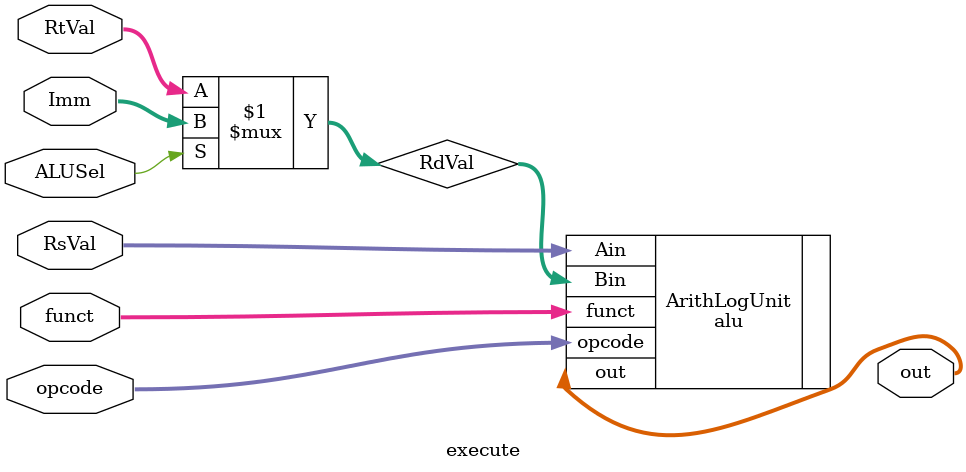
<source format=v>
/*
   CS/ECE 552 Spring '22
  
   Filename        : execute.v
   Description     : This is the overall module for the execute stage of the processor.
*/
`default_nettype none
module execute (out, RsVal, RtVal, Imm, ALUSel, opcode, funct);
   // TODO: Your code here
   output wire[15:0] out;
   input wire[15:0] RsVal, RtVal, Imm;
   input wire ALUSel;
   input wire[4:0] opcode;
   input wire[1:0] funct;

   wire [15:0]RdVal;
   assign RdVal = ALUSel ? Imm : RtVal;

   alu ArithLogUnit(.out(out), .opcode(opcode), .funct(funct), .Ain(RsVal), .Bin(RdVal));
   
endmodule
`default_nettype wire

</source>
